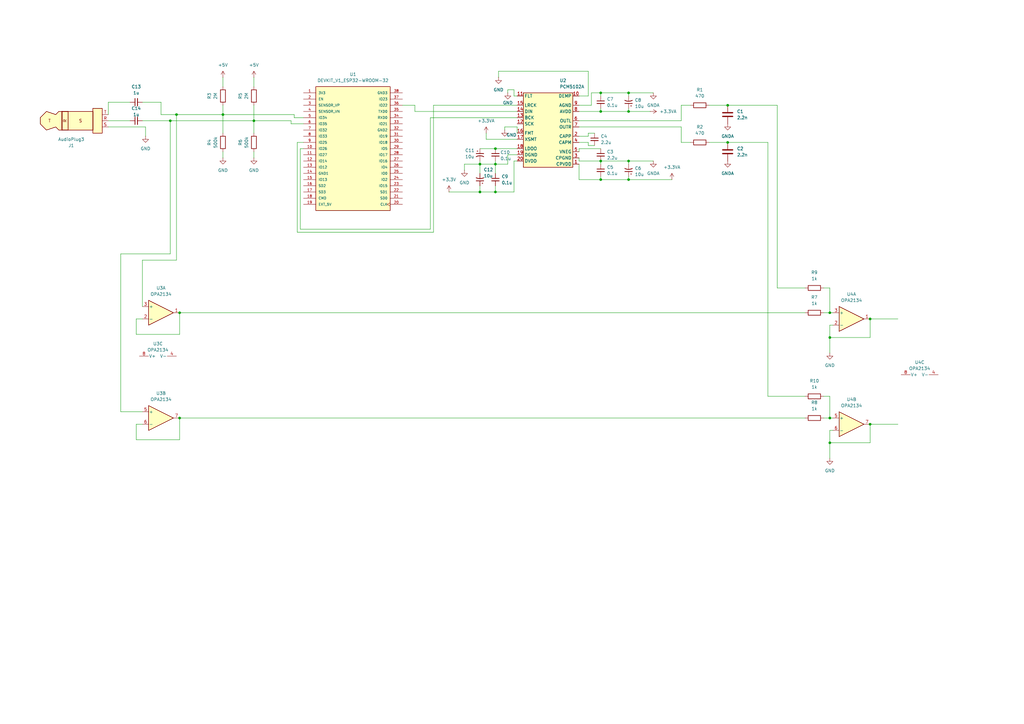
<source format=kicad_sch>
(kicad_sch (version 20231120) (generator "eeschema") (generator_version "8.0")
  (paper "A3")
  (lib_symbols
    (symbol "Amplifier_Operational:OPA2134" (pin_names (offset 0.127))
      (property "Reference" "U" (at 0 5.08 0))
      (property "Value" "OPA2134" (at 0 -5.08 0))
      (symbol "OPA2134_1_1"
        (polyline (pts (xy -5.08 5.08) (xy 5.08 0) (xy -5.08 -5.08) (xy -5.08 5.08)) (stroke (width 0.254)) (fill (type background)))
        (pin output line (at 7.62 0 180) (length 2.54) (name "~") (number "1"))
        (pin input line (at -7.62 -2.54 0) (length 2.54) (name "-") (number "2"))
        (pin input line (at -7.62 2.54 0) (length 2.54) (name "+") (number "3"))
      )
      (symbol "OPA2134_2_1"
        (polyline (pts (xy -5.08 5.08) (xy 5.08 0) (xy -5.08 -5.08) (xy -5.08 5.08)) (stroke (width 0.254)) (fill (type background)))
        (pin input line (at -7.62 2.54 0) (length 2.54) (name "+") (number "5"))
        (pin input line (at -7.62 -2.54 0) (length 2.54) (name "-") (number "6"))
        (pin output line (at 7.62 0 180) (length 2.54) (name "~") (number "7"))
      )
      (symbol "OPA2134_3_1"
        (pin power_in line (at -2.54 -7.62 90) (length 3.81) (name "V-") (number "4"))
        (pin power_in line (at -2.54 7.62 270) (length 3.81) (name "V+") (number "8"))
      )
    )
    (symbol "Audio:PCM5102A"
      (property "Reference" "U2" (at 4.7341 17.78 0))
      (property "Value" "PCM5102A" (at 4.7341 15.24 0))
      (symbol "PCM5102A_0_1"
        (rectangle (start -10.16 12.7) (end 10.16 -17.78) (stroke (width 0.254)) (fill (type background)))
      )
      (symbol "PCM5102A_1_1"
        (pin passive line (at 12.7 -16.51 180) (length 2.54) (name "CPVDD") (number "1"))
        (pin input line (at 12.7 11.43 180) (length 2.54) (name "DEMP") (number "10"))
        (pin input line (at -12.7 11.43 0) (length 2.54) (name "FLT") (number "11"))
        (pin input line (at -12.7 0 0) (length 2.54) (name "SCK") (number "12"))
        (pin input line (at -12.7 2.54 0) (length 2.54) (name "BCK") (number "13"))
        (pin input line (at -12.7 5.08 0) (length 2.54) (name "DIN") (number "14"))
        (pin input line (at -12.7 7.62 0) (length 2.54) (name "LRCK") (number "15"))
        (pin input line (at -12.7 -3.81 0) (length 2.54) (name "FMT") (number "16"))
        (pin input line (at -12.7 -6.35 0) (length 2.54) (name "XSMT") (number "17"))
        (pin passive line (at -12.7 -10.16 0) (length 2.54) (name "LDOO") (number "18"))
        (pin power_in line (at -12.7 -12.7 0) (length 2.54) (name "DGND") (number "19"))
        (pin passive line (at 12.7 -5.08 180) (length 2.54) (name "CAPP") (number "2"))
        (pin power_in line (at -12.7 -15.24 0) (length 2.54) (name "DVDD") (number "20"))
        (pin power_in line (at 12.7 -13.97 180) (length 2.54) (name "CPGND") (number "3"))
        (pin passive line (at 12.7 -7.62 180) (length 2.54) (name "CAPM") (number "4"))
        (pin passive line (at 12.7 -11.43 180) (length 2.54) (name "VNEG") (number "5"))
        (pin output line (at 12.7 1.27 180) (length 2.54) (name "OUTL") (number "6"))
        (pin output line (at 12.7 -1.27 180) (length 2.54) (name "OUTR") (number "7"))
        (pin power_in line (at 12.7 5.08 180) (length 2.54) (name "AVDD") (number "8"))
        (pin power_in line (at 12.7 7.62 180) (length 2.54) (name "AGND") (number "9"))
      )
    )
    (symbol "AudioSystemSymbolLibrary:DEVKIT_V1_ESP32-WROOM-32" (pin_names (offset 1.016))
      (property "Reference" "U" (at -15.2572 26.0643 0))
      (property "Value" "DEVKIT_V1_ESP32-WROOM-32" (at -15.2563 -27.9698 0))
      (symbol "DEVKIT_V1_ESP32-WROOM-32_0_0"
        (rectangle (start -15.24 -25.4) (end 15.24 25.4) (stroke (width 0.254)) (fill (type background)))
        (pin power_in line (at -20.32 22.86 0) (length 5.08) (name "3V3") (number "1"))
        (pin bidirectional line (at -20.32 0 0) (length 5.08) (name "IO26") (number "10"))
        (pin bidirectional line (at -20.32 -2.54 0) (length 5.08) (name "IO27") (number "11"))
        (pin bidirectional line (at -20.32 -5.08 0) (length 5.08) (name "IO14") (number "12"))
        (pin bidirectional line (at -20.32 -7.62 0) (length 5.08) (name "IO12") (number "13"))
        (pin power_in line (at -20.32 -10.16 0) (length 5.08) (name "GND1") (number "14"))
        (pin bidirectional line (at -20.32 -12.7 0) (length 5.08) (name "IO13") (number "15"))
        (pin bidirectional line (at -20.32 -15.24 0) (length 5.08) (name "SD2") (number "16"))
        (pin bidirectional line (at -20.32 -17.78 0) (length 5.08) (name "SD3") (number "17"))
        (pin bidirectional line (at -20.32 -20.32 0) (length 5.08) (name "CMD") (number "18"))
        (pin power_in line (at -20.32 -22.86 0) (length 5.08) (name "EXT_5V") (number "19"))
        (pin input line (at -20.32 20.32 0) (length 5.08) (name "EN") (number "2"))
        (pin input clock (at 20.32 -22.86 180) (length 5.08) (name "CLK") (number "20"))
        (pin bidirectional line (at 20.32 -20.32 180) (length 5.08) (name "SD0") (number "21"))
        (pin bidirectional line (at 20.32 -17.78 180) (length 5.08) (name "SD1") (number "22"))
        (pin bidirectional line (at 20.32 -15.24 180) (length 5.08) (name "IO15") (number "23"))
        (pin bidirectional line (at 20.32 -12.7 180) (length 5.08) (name "IO2") (number "24"))
        (pin bidirectional line (at 20.32 -10.16 180) (length 5.08) (name "IO0") (number "25"))
        (pin bidirectional line (at 20.32 -7.62 180) (length 5.08) (name "IO4") (number "26"))
        (pin bidirectional line (at 20.32 -5.08 180) (length 5.08) (name "IO16") (number "27"))
        (pin bidirectional line (at 20.32 -2.54 180) (length 5.08) (name "IO17") (number "28"))
        (pin bidirectional line (at 20.32 0 180) (length 5.08) (name "IO5") (number "29"))
        (pin input line (at -20.32 17.78 0) (length 5.08) (name "SENSOR_VP") (number "3"))
        (pin bidirectional line (at 20.32 2.54 180) (length 5.08) (name "IO18") (number "30"))
        (pin bidirectional line (at 20.32 5.08 180) (length 5.08) (name "IO19") (number "31"))
        (pin power_in line (at 20.32 7.62 180) (length 5.08) (name "GND2") (number "32"))
        (pin bidirectional line (at 20.32 10.16 180) (length 5.08) (name "IO21") (number "33"))
        (pin input line (at 20.32 12.7 180) (length 5.08) (name "RXD0") (number "34"))
        (pin output line (at 20.32 15.24 180) (length 5.08) (name "TXD0") (number "35"))
        (pin bidirectional line (at 20.32 17.78 180) (length 5.08) (name "IO22") (number "36"))
        (pin bidirectional line (at 20.32 20.32 180) (length 5.08) (name "IO23") (number "37"))
        (pin power_in line (at 20.32 22.86 180) (length 5.08) (name "GND3") (number "38"))
        (pin input line (at -20.32 15.24 0) (length 5.08) (name "SENSOR_VN") (number "4"))
        (pin bidirectional line (at -20.32 12.7 0) (length 5.08) (name "IO34") (number "5"))
        (pin bidirectional line (at -20.32 10.16 0) (length 5.08) (name "IO35") (number "6"))
        (pin bidirectional line (at -20.32 7.62 0) (length 5.08) (name "IO32") (number "7"))
        (pin bidirectional line (at -20.32 5.08 0) (length 5.08) (name "IO33") (number "8"))
        (pin bidirectional line (at -20.32 2.54 0) (length 5.08) (name "IO25") (number "9"))
      )
    )
    (symbol "Connector_Audio:AudioPlug3"
      (property "Reference" "J" (at 1.27 6.35 0))
      (property "Value" "AudioPlug3" (at 1.27 -6.35 0))
      (symbol "AudioPlug3_0_0"
        (text "R" (at -2.54 0 900) (effects (font (size 1.27 1.27))))
      )
      (symbol "AudioPlug3_0_1"
        (rectangle (start -3.81 3.81) (end -1.27 -3.81) (stroke (width 0.254)))
        (rectangle (start -1.27 -1.27) (end -1.27 -1.27))
      )
      (symbol "AudioPlug3_1_0"
        (text "S" (at 3.81 0 0) (effects (font (size 1.27 1.27))))
        (text "T" (at -8.89 0 0) (effects (font (size 1.27 1.27))))
      )
      (symbol "AudioPlug3_1_1"
        (rectangle (start -3.81 3.81) (end 8.89 -3.81) (stroke (width 0.254)) (fill (type background)))
        (polyline (pts (xy -3.81 3.81) (xy -5.08 3.81) (xy -6.35 2.54) (xy -10.16 3.81) (xy -12.7 1.27) (xy -12.7 -1.27) (xy -10.16 -3.81) (xy -6.35 -2.54) (xy -5.08 -3.81) (xy -3.81 -3.81) (xy -3.81 3.81)) (stroke (width 0.254)) (fill (type background)))
        (rectangle (start 12.7 5.08) (end 8.89 -5.08) (stroke (width 0.254)) (fill (type background)))
        (pin passive line (at 15.24 0 180) (length 2.54) (name "~") (number "R"))
        (pin passive line (at 15.24 2.54 180) (length 2.54) (name "~") (number "S"))
        (pin passive line (at 15.24 -2.54 180) (length 2.54) (name "~") (number "T"))
      )
    )
    (symbol "Device:C" (pin_numbers hide) (pin_names (offset 0.254))
      (property "Reference" "C" (at 0.635 2.54 0))
      (property "Value" "C" (at 0.635 -2.54 0))
      (symbol "C_0_1"
        (polyline (pts (xy -2.032 -0.762) (xy 2.032 -0.762)) (stroke (width 0.508)))
        (polyline (pts (xy -2.032 0.762) (xy 2.032 0.762)) (stroke (width 0.508)))
      )
      (symbol "C_1_1"
        (pin passive line (at 0 3.81 270) (length 2.794) (name "~") (number "1"))
        (pin passive line (at 0 -3.81 90) (length 2.794) (name "~") (number "2"))
      )
    )
    (symbol "Device:C_Polarized_Small_US" (pin_numbers hide) (pin_names (offset 0.254) hide)
      (property "Reference" "C" (at 0.254 1.778 0))
      (property "Value" "C_Polarized_Small_US" (at 0.254 -2.032 0))
      (symbol "C_Polarized_Small_US_0_1"
        (polyline (pts (xy -1.524 0.508) (xy 1.524 0.508)) (stroke (width 0.3048)))
        (polyline (pts (xy -1.27 1.524) (xy -0.762 1.524)))
        (polyline (pts (xy -1.016 1.27) (xy -1.016 1.778)))
        (arc (start 1.524 -0.762) (mid 0 -0.3734) (end -1.524 -0.762) (stroke (width 0.3048)))
      )
      (symbol "C_Polarized_Small_US_1_1"
        (pin passive line (at 0 2.54 270) (length 2.032) (name "~") (number "1"))
        (pin passive line (at 0 -2.54 90) (length 2.032) (name "~") (number "2"))
      )
    )
    (symbol "Device:C_Small" (pin_numbers hide) (pin_names (offset 0.254) hide)
      (property "Reference" "C" (at 0.254 1.778 0))
      (property "Value" "C_Small" (at 0.254 -2.032 0))
      (symbol "C_Small_0_1"
        (polyline (pts (xy -1.524 -0.508) (xy 1.524 -0.508)) (stroke (width 0.3302)))
        (polyline (pts (xy -1.524 0.508) (xy 1.524 0.508)) (stroke (width 0.3048)))
      )
      (symbol "C_Small_1_1"
        (pin passive line (at 0 2.54 270) (length 2.032) (name "~") (number "1"))
        (pin passive line (at 0 -2.54 90) (length 2.032) (name "~") (number "2"))
      )
    )
    (symbol "Device:R" (pin_numbers hide) (pin_names (offset 0))
      (property "Reference" "R" (at 2.032 0 90))
      (property "Value" "R" (at 0 0 90))
      (symbol "R_0_1"
        (rectangle (start -1.016 -2.54) (end 1.016 2.54) (stroke (width 0.254)))
      )
      (symbol "R_1_1"
        (pin passive line (at 0 3.81 270) (length 1.27) (name "~") (number "1"))
        (pin passive line (at 0 -3.81 90) (length 1.27) (name "~") (number "2"))
      )
    )
    (symbol "power:+3.3V" (power) (pin_numbers hide) (pin_names (offset 0) hide)
      (property "Value" "+3.3V" (at 0 3.556 0))
      (symbol "+3.3V_0_1"
        (polyline (pts (xy -0.762 1.27) (xy 0 2.54)))
        (polyline (pts (xy 0 0) (xy 0 2.54)))
        (polyline (pts (xy 0 2.54) (xy 0.762 1.27)))
      )
      (symbol "+3.3V_1_1"
        (pin power_in line (at 0 0 90) (length 0) (name "~") (number "1"))
      )
    )
    (symbol "power:+3.3VA" (power) (pin_numbers hide) (pin_names (offset 0) hide)
      (property "Value" "+3.3VA" (at 0 3.556 0))
      (symbol "+3.3VA_0_1"
        (polyline (pts (xy -0.762 1.27) (xy 0 2.54)))
        (polyline (pts (xy 0 0) (xy 0 2.54)))
        (polyline (pts (xy 0 2.54) (xy 0.762 1.27)))
      )
      (symbol "+3.3VA_1_1"
        (pin power_in line (at 0 0 90) (length 0) (name "~") (number "1"))
      )
    )
    (symbol "power:+5V" (power) (pin_numbers hide) (pin_names (offset 0) hide)
      (property "Value" "+5V" (at 0 3.556 0))
      (symbol "+5V_0_1"
        (polyline (pts (xy -0.762 1.27) (xy 0 2.54)))
        (polyline (pts (xy 0 0) (xy 0 2.54)))
        (polyline (pts (xy 0 2.54) (xy 0.762 1.27)))
      )
      (symbol "+5V_1_1"
        (pin power_in line (at 0 0 90) (length 0) (name "~") (number "1"))
      )
    )
    (symbol "power:GND" (power) (pin_numbers hide) (pin_names (offset 0) hide)
      (property "Value" "GND" (at 0 -3.81 0))
      (symbol "GND_0_1"
        (polyline (pts (xy 0 0) (xy 0 -1.27) (xy 1.27 -1.27) (xy 0 -2.54) (xy -1.27 -1.27) (xy 0 -1.27)))
      )
      (symbol "GND_1_1"
        (pin power_in line (at 0 0 270) (length 0) (name "~") (number "1"))
      )
    )
    (symbol "power:GNDA" (power) (pin_numbers hide) (pin_names (offset 0) hide)
      (property "Value" "GNDA" (at 0 -3.81 0))
      (symbol "GNDA_0_1"
        (polyline (pts (xy 0 0) (xy 0 -1.27) (xy 1.27 -1.27) (xy 0 -2.54) (xy -1.27 -1.27) (xy 0 -1.27)))
      )
      (symbol "GNDA_1_1"
        (pin power_in line (at 0 0 270) (length 0) (name "~") (number "1"))
      )
    )
  )
  (junction (at 73.66 171.45))
  (junction (at 246.38 45.72))
  (junction (at 257.81 38.1))
  (junction (at 298.45 43.18))
  (junction (at 69.85 49.53))
  (junction (at 356.87 130.81))
  (junction (at 91.44 46.99))
  (junction (at 340.36 171.45))
  (junction (at 246.38 66.04))
  (junction (at 340.36 181.61))
  (junction (at 298.45 58.42))
  (junction (at 104.14 49.53))
  (junction (at 246.38 38.1))
  (junction (at 257.81 73.66))
  (junction (at 356.87 173.99))
  (junction (at 203.2 60.96))
  (junction (at 246.38 73.66))
  (junction (at 72.39 46.99))
  (junction (at 73.66 128.27))
  (junction (at 203.2 78.74))
  (junction (at 340.36 128.27))
  (junction (at 257.81 66.04))
  (junction (at 196.85 67.31))
  (junction (at 257.81 45.72))
  (junction (at 340.36 138.43))
  (junction (at 203.2 67.31))
  (junction (at 196.85 78.74))
  (wire (pts (xy 241.3 39.37) (xy 241.3 29.21)))
  (wire (pts (xy 212.09 54.61) (xy 212.09 52.07)))
  (wire (pts (xy 196.85 78.74) (xy 203.2 78.74)))
  (wire (pts (xy 237.49 58.42) (xy 241.3 58.42)))
  (wire (pts (xy 58.42 125.73) (xy 58.42 106.68)))
  (wire (pts (xy 257.81 45.72) (xy 266.7 45.72)))
  (wire (pts (xy 237.49 62.23) (xy 237.49 60.96)))
  (wire (pts (xy 337.82 162.56) (xy 340.36 162.56)))
  (wire (pts (xy 290.83 58.42) (xy 298.45 58.42)))
  (wire (pts (xy 203.2 71.12) (xy 203.2 67.31)))
  (wire (pts (xy 279.4 43.18) (xy 283.21 43.18)))
  (wire (pts (xy 257.81 38.1) (xy 257.81 39.37)))
  (wire (pts (xy 196.85 71.12) (xy 196.85 67.31)))
  (wire (pts (xy 55.88 137.16) (xy 55.88 130.81)))
  (wire (pts (xy 257.81 45.72) (xy 257.81 44.45)))
  (wire (pts (xy 203.2 60.96) (xy 212.09 60.96)))
  (wire (pts (xy 318.77 118.11) (xy 318.77 43.18)))
  (wire (pts (xy 203.2 67.31) (xy 208.28 67.31)))
  (wire (pts (xy 212.09 57.15) (xy 199.39 57.15)))
  (wire (pts (xy 69.85 49.53) (xy 104.14 49.53)))
  (wire (pts (xy 257.81 73.66) (xy 275.59 73.66)))
  (wire (pts (xy 246.38 38.1) (xy 257.81 38.1)))
  (wire (pts (xy 246.38 66.04) (xy 257.81 66.04)))
  (wire (pts (xy 203.2 66.04) (xy 203.2 67.31)))
  (wire (pts (xy 66.04 41.91) (xy 66.04 46.99)))
  (wire (pts (xy 104.14 43.18) (xy 104.14 49.53)))
  (wire (pts (xy 340.36 181.61) (xy 340.36 187.96)))
  (wire (pts (xy 73.66 137.16) (xy 73.66 128.27)))
  (wire (pts (xy 279.4 58.42) (xy 283.21 58.42)))
  (wire (pts (xy 49.53 104.14) (xy 69.85 104.14)))
  (wire (pts (xy 170.18 43.18) (xy 165.1 43.18)))
  (wire (pts (xy 298.45 43.18) (xy 318.77 43.18)))
  (wire (pts (xy 241.3 58.42) (xy 241.3 59.69)))
  (wire (pts (xy 196.85 66.04) (xy 196.85 67.31)))
  (wire (pts (xy 337.82 118.11) (xy 340.36 118.11)))
  (wire (pts (xy 340.36 128.27) (xy 341.63 128.27)))
  (wire (pts (xy 341.63 133.35) (xy 340.36 133.35)))
  (wire (pts (xy 314.96 162.56) (xy 314.96 58.42)))
  (wire (pts (xy 66.04 46.99) (xy 72.39 46.99)))
  (wire (pts (xy 279.4 58.42) (xy 279.4 52.07)))
  (wire (pts (xy 257.81 66.04) (xy 267.97 66.04)))
  (wire (pts (xy 104.14 31.75) (xy 104.14 35.56)))
  (wire (pts (xy 237.49 73.66) (xy 246.38 73.66)))
  (wire (pts (xy 91.44 46.99) (xy 120.65 46.99)))
  (wire (pts (xy 356.87 173.99) (xy 356.87 181.61)))
  (wire (pts (xy 119.38 50.8) (xy 124.46 50.8)))
  (wire (pts (xy 196.85 67.31) (xy 203.2 67.31)))
  (wire (pts (xy 237.49 67.31) (xy 237.49 73.66)))
  (wire (pts (xy 210.82 36.83) (xy 208.28 36.83)))
  (wire (pts (xy 58.42 168.91) (xy 49.53 168.91)))
  (wire (pts (xy 55.88 130.81) (xy 58.42 130.81)))
  (wire (pts (xy 212.09 63.5) (xy 208.28 63.5)))
  (wire (pts (xy 190.5 67.31) (xy 190.5 69.85)))
  (wire (pts (xy 55.88 137.16) (xy 73.66 137.16)))
  (wire (pts (xy 204.47 29.21) (xy 204.47 31.75)))
  (wire (pts (xy 356.87 173.99) (xy 368.3 173.99)))
  (wire (pts (xy 69.85 104.14) (xy 69.85 49.53)))
  (wire (pts (xy 340.36 133.35) (xy 340.36 138.43)))
  (wire (pts (xy 237.49 66.04) (xy 237.49 64.77)))
  (wire (pts (xy 104.14 49.53) (xy 104.14 54.61)))
  (wire (pts (xy 340.36 138.43) (xy 340.36 144.78)))
  (wire (pts (xy 203.2 76.2) (xy 203.2 78.74)))
  (wire (pts (xy 246.38 73.66) (xy 257.81 73.66)))
  (wire (pts (xy 341.63 176.53) (xy 340.36 176.53)))
  (wire (pts (xy 124.46 58.42) (xy 121.92 58.42)))
  (wire (pts (xy 203.2 78.74) (xy 210.82 78.74)))
  (wire (pts (xy 73.66 128.27) (xy 330.2 128.27)))
  (wire (pts (xy 177.8 43.18) (xy 212.09 43.18)))
  (wire (pts (xy 170.18 45.72) (xy 212.09 45.72)))
  (wire (pts (xy 257.81 38.1) (xy 267.97 38.1)))
  (wire (pts (xy 207.01 52.07) (xy 207.01 53.34)))
  (wire (pts (xy 123.19 93.98) (xy 176.53 93.98)))
  (wire (pts (xy 208.28 36.83) (xy 208.28 38.1)))
  (wire (pts (xy 72.39 106.68) (xy 72.39 46.99)))
  (wire (pts (xy 237.49 45.72) (xy 246.38 45.72)))
  (wire (pts (xy 246.38 66.04) (xy 246.38 67.31)))
  (wire (pts (xy 121.92 95.25) (xy 177.8 95.25)))
  (wire (pts (xy 257.81 73.66) (xy 257.81 72.39)))
  (wire (pts (xy 199.39 54.61) (xy 199.39 57.15)))
  (wire (pts (xy 58.42 49.53) (xy 69.85 49.53)))
  (wire (pts (xy 257.81 66.04) (xy 257.81 67.31)))
  (wire (pts (xy 104.14 49.53) (xy 119.38 49.53)))
  (wire (pts (xy 176.53 48.26) (xy 212.09 48.26)))
  (wire (pts (xy 241.3 29.21) (xy 204.47 29.21)))
  (wire (pts (xy 330.2 162.56) (xy 314.96 162.56)))
  (wire (pts (xy 241.3 54.61) (xy 243.84 54.61)))
  (wire (pts (xy 91.44 31.75) (xy 91.44 35.56)))
  (wire (pts (xy 337.82 128.27) (xy 340.36 128.27)))
  (wire (pts (xy 290.83 43.18) (xy 298.45 43.18)))
  (wire (pts (xy 212.09 52.07) (xy 207.01 52.07)))
  (wire (pts (xy 356.87 138.43) (xy 356.87 130.81)))
  (wire (pts (xy 170.18 45.72) (xy 170.18 43.18)))
  (wire (pts (xy 237.49 43.18) (xy 242.57 43.18)))
  (wire (pts (xy 91.44 43.18) (xy 91.44 46.99)))
  (wire (pts (xy 212.09 39.37) (xy 210.82 39.37)))
  (wire (pts (xy 237.49 60.96) (xy 246.38 60.96)))
  (wire (pts (xy 49.53 168.91) (xy 49.53 104.14)))
  (wire (pts (xy 208.28 63.5) (xy 208.28 67.31)))
  (wire (pts (xy 340.36 118.11) (xy 340.36 128.27)))
  (wire (pts (xy 330.2 118.11) (xy 318.77 118.11)))
  (wire (pts (xy 196.85 76.2) (xy 196.85 78.74)))
  (wire (pts (xy 279.4 49.53) (xy 279.4 43.18)))
  (wire (pts (xy 246.38 44.45) (xy 246.38 45.72)))
  (wire (pts (xy 237.49 52.07) (xy 279.4 52.07)))
  (wire (pts (xy 237.49 55.88) (xy 241.3 55.88)))
  (wire (pts (xy 190.5 67.31) (xy 196.85 67.31)))
  (wire (pts (xy 184.15 78.74) (xy 196.85 78.74)))
  (wire (pts (xy 177.8 95.25) (xy 177.8 43.18)))
  (wire (pts (xy 91.44 46.99) (xy 91.44 54.61)))
  (wire (pts (xy 210.82 39.37) (xy 210.82 36.83)))
  (wire (pts (xy 340.36 181.61) (xy 356.87 181.61)))
  (wire (pts (xy 298.45 58.42) (xy 314.96 58.42)))
  (wire (pts (xy 44.45 41.91) (xy 53.34 41.91)))
  (wire (pts (xy 44.45 46.99) (xy 44.45 41.91)))
  (wire (pts (xy 73.66 171.45) (xy 73.66 180.34)))
  (wire (pts (xy 241.3 55.88) (xy 241.3 54.61)))
  (wire (pts (xy 356.87 130.81) (xy 368.3 130.81)))
  (wire (pts (xy 340.36 176.53) (xy 340.36 181.61)))
  (wire (pts (xy 104.14 62.23) (xy 104.14 64.77)))
  (wire (pts (xy 241.3 59.69) (xy 243.84 59.69)))
  (wire (pts (xy 176.53 93.98) (xy 176.53 48.26)))
  (wire (pts (xy 246.38 38.1) (xy 246.38 39.37)))
  (wire (pts (xy 237.49 39.37) (xy 241.3 39.37)))
  (wire (pts (xy 91.44 62.23) (xy 91.44 64.77)))
  (wire (pts (xy 121.92 58.42) (xy 121.92 95.25)))
  (wire (pts (xy 337.82 171.45) (xy 340.36 171.45)))
  (wire (pts (xy 237.49 66.04) (xy 246.38 66.04)))
  (wire (pts (xy 55.88 173.99) (xy 55.88 180.34)))
  (wire (pts (xy 44.45 52.07) (xy 59.69 52.07)))
  (wire (pts (xy 196.85 60.96) (xy 203.2 60.96)))
  (wire (pts (xy 237.49 49.53) (xy 279.4 49.53)))
  (wire (pts (xy 119.38 49.53) (xy 119.38 50.8)))
  (wire (pts (xy 242.57 43.18) (xy 242.57 38.1)))
  (wire (pts (xy 55.88 173.99) (xy 58.42 173.99)))
  (wire (pts (xy 246.38 72.39) (xy 246.38 73.66)))
  (wire (pts (xy 59.69 52.07) (xy 59.69 55.88)))
  (wire (pts (xy 124.46 48.26) (xy 120.65 48.26)))
  (wire (pts (xy 44.45 49.53) (xy 53.34 49.53)))
  (wire (pts (xy 242.57 38.1) (xy 246.38 38.1)))
  (wire (pts (xy 120.65 48.26) (xy 120.65 46.99)))
  (wire (pts (xy 72.39 46.99) (xy 91.44 46.99)))
  (wire (pts (xy 340.36 162.56) (xy 340.36 171.45)))
  (wire (pts (xy 210.82 66.04) (xy 210.82 78.74)))
  (wire (pts (xy 58.42 106.68) (xy 72.39 106.68)))
  (wire (pts (xy 246.38 45.72) (xy 257.81 45.72)))
  (wire (pts (xy 73.66 171.45) (xy 330.2 171.45)))
  (wire (pts (xy 210.82 66.04) (xy 212.09 66.04)))
  (wire (pts (xy 124.46 60.96) (xy 123.19 60.96)))
  (wire (pts (xy 58.42 41.91) (xy 66.04 41.91)))
  (wire (pts (xy 123.19 60.96) (xy 123.19 93.98)))
  (wire (pts (xy 340.36 138.43) (xy 356.87 138.43)))
  (wire (pts (xy 340.36 171.45) (xy 341.63 171.45)))
  (wire (pts (xy 55.88 180.34) (xy 73.66 180.34)))
  (symbol (lib_id "Device:R") (at 287.02 58.42 90) (unit 1)
    (property "Reference" "R2" (at 287.02 52.07 90))
    (property "Value" "470" (at 287.02 54.61 90))
    (property "Description" "Resistor" (effects (hide yes)))
  )
  (symbol (lib_id "power:GNDA") (at 267.97 66.04 0) (unit 1)
    (property "Reference" "#PWR03" (effects (hide yes)))
    (property "Value" "GNDA" (at 267.97 71.12 0))
    (property "Description" "Power symbol creates a global label with name \"GNDA\" , analog ground" (effects (hide yes)))
  )
  (symbol (lib_id "Device:R") (at 334.01 118.11 90) (unit 1)
    (property "Reference" "R9" (at 334.01 111.76 90))
    (property "Value" "1k" (at 334.01 114.3 90))
    (property "Description" "Resistor" (effects (hide yes)))
  )
  (symbol (lib_id "power:GNDA") (at 298.45 66.04 0) (unit 1)
    (property "Reference" "#PWR01" (effects (hide yes)))
    (property "Value" "GNDA" (at 298.45 71.12 0))
    (property "Description" "Power symbol creates a global label with name \"GNDA\" , analog ground" (effects (hide yes)))
  )
  (symbol (lib_id "Device:R") (at 287.02 43.18 90) (unit 1)
    (property "Reference" "R1" (at 287.02 36.83 90))
    (property "Value" "470" (at 287.02 39.37 90))
    (property "Description" "Resistor" (effects (hide yes)))
  )
  (symbol (lib_id "power:+3.3V") (at 184.15 78.74 0) (unit 1)
    (property "Reference" "#PWR08" (effects (hide yes)))
    (property "Value" "+3.3V" (at 184.15 73.66 0))
    (property "Description" "Power symbol creates a global label with name \"+3.3V\"" (effects (hide yes)))
  )
  (symbol (lib_id "Device:R") (at 104.14 58.42 180) (unit 1)
    (property "Reference" "R6" (at 98.552 58.42 90))
    (property "Value" "500k" (at 101.092 58.42 90))
    (property "Description" "Resistor" (effects (hide yes)))
  )
  (symbol (lib_id "Amplifier_Operational:OPA2134") (at 66.04 171.45 0) (unit 2)
    (property "Reference" "U3" (at 66.04 161.29 0))
    (property "Value" "OPA2134" (at 66.04 163.83 0))
    (property "Footprint" "AudioSystemFootprintLibrary:OPA2134UA" (effects (hide yes)))
    (property "Datasheet" "http://www.ti.com/lit/ds/symlink/opa134.pdf" (effects (hide yes)))
    (property "Description" "Dual SoundPlus High Performance Audio Operational Amplifiers, DIP-8/SOIC-8" (effects (hide yes)))
  )
  (symbol (lib_id "Amplifier_Operational:OPA2134") (at 349.25 130.81 0) (unit 1)
    (property "Reference" "U4" (at 349.25 120.65 0))
    (property "Value" "OPA2134" (at 349.25 123.19 0))
    (property "Footprint" "AudioSystemFootprintLibrary:OPA2134UA" (effects (hide yes)))
    (property "Datasheet" "http://www.ti.com/lit/ds/symlink/opa134.pdf" (effects (hide yes)))
    (property "Description" "Dual SoundPlus High Performance Audio Operational Amplifiers, DIP-8/SOIC-8" (effects (hide yes)))
  )
  (symbol (lib_id "power:+5V") (at 104.14 31.75 0) (unit 1)
    (property "Reference" "#PWR015" (effects (hide yes)))
    (property "Value" "+5V" (at 104.14 26.67 0))
    (property "Description" "Power symbol creates a global label with name \"+5V\"" (effects (hide yes)))
  )
  (symbol (lib_id "Device:C_Polarized_Small_US") (at 257.81 69.85 180) (unit 1)
    (property "Reference" "C6" (at 260.35 69.0117 0) (effects (justify right)))
    (property "Value" "10u" (at 260.35 71.5517 0) (effects (justify right)))
    (property "Description" "Polarized capacitor, small US symbol" (effects (hide yes)))
  )
  (symbol (lib_id "Device:R") (at 334.01 128.27 90) (unit 1)
    (property "Reference" "R7" (at 334.01 121.92 90))
    (property "Value" "1k" (at 334.01 124.46 90))
    (property "Description" "Resistor" (effects (hide yes)))
  )
  (symbol (lib_id "power:GNDA") (at 267.97 38.1 0) (unit 1)
    (property "Reference" "#PWR06" (effects (hide yes)))
    (property "Value" "GNDA" (at 267.97 43.18 0))
    (property "Description" "Power symbol creates a global label with name \"GNDA\" , analog ground" (effects (hide yes)))
  )
  (symbol (lib_id "Amplifier_Operational:OPA2134") (at 377.19 151.13 90) (unit 3)
    (property "Reference" "U4" (at 377.19 148.59 90))
    (property "Value" "OPA2134" (at 377.19 151.13 90))
    (property "Footprint" "AudioSystemFootprintLibrary:OPA2134UA" (effects (hide yes)))
    (property "Datasheet" "http://www.ti.com/lit/ds/symlink/opa134.pdf" (effects (hide yes)))
    (property "Description" "Dual SoundPlus High Performance Audio Operational Amplifiers, DIP-8/SOIC-8" (effects (hide yes)))
  )
  (symbol (lib_id "power:+3.3VA") (at 199.39 54.61 0) (unit 1)
    (property "Reference" "#PWR07" (effects (hide yes)))
    (property "Value" "+3.3VA" (at 199.39 49.53 0))
    (property "Description" "Power symbol creates a global label with name \"+3.3VA\"" (effects (hide yes)))
  )
  (symbol (lib_id "Amplifier_Operational:OPA2134") (at 349.25 173.99 0) (unit 2)
    (property "Reference" "U4" (at 349.25 163.83 0))
    (property "Value" "OPA2134" (at 349.25 166.37 0))
    (property "Footprint" "AudioSystemFootprintLibrary:OPA2134UA" (effects (hide yes)))
    (property "Datasheet" "http://www.ti.com/lit/ds/symlink/opa134.pdf" (effects (hide yes)))
    (property "Description" "Dual SoundPlus High Performance Audio Operational Amplifiers, DIP-8/SOIC-8" (effects (hide yes)))
  )
  (symbol (lib_id "power:GND") (at 59.69 55.88 0) (unit 1)
    (property "Reference" "#PWR013" (effects (hide yes)))
    (property "Value" "GND" (at 59.69 60.96 0))
    (property "Description" "Power symbol creates a global label with name \"GND\" , ground" (effects (hide yes)))
  )
  (symbol (lib_id "power:+5V") (at 91.44 31.75 0) (unit 1)
    (property "Reference" "#PWR018" (effects (hide yes)))
    (property "Value" "+5V" (at 91.44 26.67 0))
    (property "Description" "Power symbol creates a global label with name \"+5V\"" (effects (hide yes)))
  )
  (symbol (lib_id "Device:C_Small") (at 243.84 57.15 0) (unit 1)
    (property "Reference" "C4" (at 246.38 55.8862 0) (effects (justify left)))
    (property "Value" "2.2u" (at 246.38 58.4262 0) (effects (justify left)))
    (property "Description" "Unpolarized capacitor, small symbol" (effects (hide yes)))
  )
  (symbol (lib_id "Device:C_Small") (at 55.88 41.91 90) (unit 1)
    (property "Reference" "C13" (at 55.8863 35.56 90))
    (property "Value" "1u" (at 55.8863 38.1 90))
    (property "Description" "Unpolarized capacitor, small symbol" (effects (hide yes)))
  )
  (symbol (lib_id "power:GND") (at 190.5 69.85 0) (unit 1)
    (property "Reference" "#PWR09" (effects (hide yes)))
    (property "Value" "GND" (at 190.5 74.93 0))
    (property "Description" "Power symbol creates a global label with name \"GND\" , ground" (effects (hide yes)))
  )
  (symbol (lib_id "AudioSystemSymbolLibrary:DEVKIT_V1_ESP32-WROOM-32") (at 144.78 60.96 0) (unit 1)
    (property "Reference" "U1" (at 144.78 30.48 0))
    (property "Value" "DEVKIT_V1_ESP32-WROOM-32" (at 144.78 33.02 0))
    (property "Footprint" "DEVKIT_V1_ESP32-WROOM-32:MODULE_DEVKIT_V1_ESP32-WROOM-32" (effects (hide yes)))
    (property "MF" "Espressif Systems" (effects (hide yes)))
    (property "Description_1" "\nWROOM-32 Development Board ESP32 ESP-32S WiFi Bluetooth Dev Module\n" (effects (hide yes)))
    (property "Package" "Package" (effects (hide yes)))
    (property "Price" "None" (effects (hide yes)))
    (property "Check_prices" "https://www.snapeda.com/parts/DEVKIT%20V1%20ESP32-WROOM-32/Espressif+Systems/view-part/?ref=eda" (effects (hide yes)))
    (property "STANDARD" "Manufacturer Recommendations" (effects (hide yes)))
    (property "PARTREV" "N/A" (effects (hide yes)))
    (property "SnapEDA_Link" "https://www.snapeda.com/parts/DEVKIT%20V1%20ESP32-WROOM-32/Espressif+Systems/view-part/?ref=snap" (effects (hide yes)))
    (property "MP" "DEVKIT V1 ESP32-WROOM-32" (effects (hide yes)))
    (property "Availability" "Not in stock" (effects (hide yes)))
    (property "MANUFACTURER" "Espressif Systems" (effects (hide yes)))
  )
  (symbol (lib_id "Device:C") (at 298.45 46.99 0) (unit 1)
    (property "Reference" "C1" (at 302.26 45.7199 0) (effects (justify left)))
    (property "Value" "2.2n" (at 302.26 48.2599 0) (effects (justify left)))
    (property "Description" "Unpolarized capacitor" (effects (hide yes)))
  )
  (symbol (lib_id "power:GND") (at 104.14 64.77 0) (unit 1)
    (property "Reference" "#PWR014" (effects (hide yes)))
    (property "Value" "GND" (at 104.14 69.85 0))
    (property "Description" "Power symbol creates a global label with name \"GND\" , ground" (effects (hide yes)))
  )
  (symbol (lib_id "Amplifier_Operational:OPA2134") (at 64.77 143.51 90) (unit 3)
    (property "Reference" "U3" (at 64.77 140.97 90))
    (property "Value" "OPA2134" (at 64.77 143.51 90))
    (property "Footprint" "AudioSystemFootprintLibrary:OPA2134UA" (effects (hide yes)))
    (property "Datasheet" "http://www.ti.com/lit/ds/symlink/opa134.pdf" (effects (hide yes)))
    (property "Description" "Dual SoundPlus High Performance Audio Operational Amplifiers, DIP-8/SOIC-8" (effects (hide yes)))
  )
  (symbol (lib_id "Device:C_Polarized_Small_US") (at 196.85 73.66 180) (unit 1)
    (property "Reference" "C12" (at 198.374 69.596 0) (effects (justify right)))
    (property "Value" "10u" (at 198.374 72.136 0) (effects (justify right)))
    (property "Description" "Polarized capacitor, small US symbol" (effects (hide yes)))
  )
  (symbol (lib_id "Connector_Audio:AudioPlug3") (at 29.21 49.53 0) (mirror x) (unit 1)
    (property "Reference" "J1" (at 29.21 59.69 0))
    (property "Value" "AudioPlug3" (at 29.21 57.15 0))
    (property "Description" "Audio Jack, 3 Poles (Stereo / TRS)" (effects (hide yes)))
  )
  (symbol (lib_id "power:GND") (at 208.28 38.1 0) (unit 1)
    (property "Reference" "#PWR011" (effects (hide yes)))
    (property "Value" "GND" (at 208.28 42.164 0))
    (property "Description" "Power symbol creates a global label with name \"GND\" , ground" (effects (hide yes)))
  )
  (symbol (lib_id "power:GND") (at 340.36 144.78 0) (unit 1)
    (property "Reference" "#PWR017" (effects (hide yes)))
    (property "Value" "GND" (at 340.36 149.86 0))
    (property "Description" "Power symbol creates a global label with name \"GND\" , ground" (effects (hide yes)))
  )
  (symbol (lib_id "Device:C_Small") (at 55.88 49.53 90) (unit 1)
    (property "Reference" "C14" (at 55.88 44.45 90))
    (property "Value" "1u" (at 55.88 46.99 90))
    (property "Description" "Unpolarized capacitor, small symbol" (effects (hide yes)))
  )
  (symbol (lib_id "power:+3.3VA") (at 275.59 73.66 0) (unit 1)
    (property "Reference" "#PWR04" (effects (hide yes)))
    (property "Value" "+3.3VA" (at 275.59 68.58 0))
    (property "Description" "Power symbol creates a global label with name \"+3.3VA\"" (effects (hide yes)))
  )
  (symbol (lib_id "Device:C_Polarized_Small_US") (at 196.85 63.5 0) (unit 1)
    (property "Reference" "C11" (at 190.754 61.722 0) (effects (justify left)))
    (property "Value" "10u" (at 190.754 64.262 0) (effects (justify left)))
    (property "Description" "Polarized capacitor, small US symbol" (effects (hide yes)))
  )
  (symbol (lib_id "Device:C_Small") (at 246.38 69.85 0) (unit 1)
    (property "Reference" "C5" (at 248.92 68.5862 0) (effects (justify left)))
    (property "Value" "0.1u" (at 248.92 71.1262 0) (effects (justify left)))
    (property "Description" "Unpolarized capacitor, small symbol" (effects (hide yes)))
  )
  (symbol (lib_id "Device:R") (at 334.01 162.56 90) (unit 1)
    (property "Reference" "R10" (at 334.01 156.21 90))
    (property "Value" "1k" (at 334.01 158.75 90))
    (property "Description" "Resistor" (effects (hide yes)))
  )
  (symbol (lib_id "Device:C") (at 298.45 62.23 0) (unit 1)
    (property "Reference" "C2" (at 302.26 60.9599 0) (effects (justify left)))
    (property "Value" "2.2n" (at 302.26 63.4999 0) (effects (justify left)))
    (property "Description" "Unpolarized capacitor" (effects (hide yes)))
  )
  (symbol (lib_id "power:GND") (at 204.47 31.75 0) (unit 1)
    (property "Reference" "#PWR010" (effects (hide yes)))
    (property "Value" "GND" (at 204.47 36.83 0))
    (property "Description" "Power symbol creates a global label with name \"GND\" , ground" (effects (hide yes)))
  )
  (symbol (lib_id "Device:C_Small") (at 203.2 63.5 0) (unit 1)
    (property "Reference" "C10" (at 205.232 62.484 0) (effects (justify left)))
    (property "Value" "0.1u" (at 205.232 65.024 0) (effects (justify left)))
    (property "Description" "Unpolarized capacitor, small symbol" (effects (hide yes)))
  )
  (symbol (lib_id "Device:R") (at 91.44 58.42 180) (unit 1)
    (property "Reference" "R4" (at 85.852 58.42 90))
    (property "Value" "500k" (at 88.392 58.42 90))
    (property "Description" "Resistor" (effects (hide yes)))
  )
  (symbol (lib_id "power:GND") (at 207.01 53.34 0) (unit 1)
    (property "Reference" "#PWR012" (effects (hide yes)))
    (property "Value" "GND" (at 209.804 55.372 0))
    (property "Description" "Power symbol creates a global label with name \"GND\" , ground" (effects (hide yes)))
  )
  (symbol (lib_id "Device:R") (at 334.01 171.45 90) (unit 1)
    (property "Reference" "R8" (at 334.01 165.1 90))
    (property "Value" "1k" (at 334.01 167.64 90))
    (property "Description" "Resistor" (effects (hide yes)))
  )
  (symbol (lib_id "Device:C_Polarized_Small_US") (at 257.81 41.91 180) (unit 1)
    (property "Reference" "C8" (at 260.35 41.0717 0) (effects (justify right)))
    (property "Value" "10u" (at 260.35 43.6117 0) (effects (justify right)))
    (property "Description" "Polarized capacitor, small US symbol" (effects (hide yes)))
  )
  (symbol (lib_id "Device:C_Small") (at 246.38 41.91 0) (unit 1)
    (property "Reference" "C7" (at 248.92 40.6462 0) (effects (justify left)))
    (property "Value" "0.1u" (at 248.92 43.1862 0) (effects (justify left)))
    (property "Description" "Unpolarized capacitor, small symbol" (effects (hide yes)))
  )
  (symbol (lib_id "power:+3.3VA") (at 266.7 45.72 270) (unit 1)
    (property "Reference" "#PWR05" (effects (hide yes)))
    (property "Value" "+3.3VA" (at 270.51 45.7199 90) (effects (justify left)))
    (property "Description" "Power symbol creates a global label with name \"+3.3VA\"" (effects (hide yes)))
  )
  (symbol (lib_id "Audio:PCM5102A") (at 224.79 50.8 0) (unit 1)
    (property "Reference" "U2" (at 229.5241 33.02 0) (effects (justify left)))
    (property "Value" "PCM5102A" (at 229.5241 35.56 0) (effects (justify left)))
    (property "Footprint" "Package_SO:TSSOP-20_4.4x6.5mm_P0.65mm" (effects (hide yes)))
    (property "Datasheet" "https://www.ti.com/lit/ds/symlink/pcm5102a.pdf" (effects (hide yes)))
    (property "Description" "2.1 VRMS, 112dB Audio Stereo DAC with PLL and 32-bit, 384kHz PCM Interface, TSSOP-20" (effects (hide yes)))
  )
  (symbol (lib_id "power:GND") (at 340.36 187.96 0) (unit 1)
    (property "Reference" "#PWR016" (effects (hide yes)))
    (property "Value" "GND" (at 340.36 193.04 0))
    (property "Description" "Power symbol creates a global label with name \"GND\" , ground" (effects (hide yes)))
  )
  (symbol (lib_id "Device:C_Small") (at 203.2 73.66 0) (unit 1)
    (property "Reference" "C9" (at 205.74 72.3962 0) (effects (justify left)))
    (property "Value" "0.1u" (at 205.74 74.9362 0) (effects (justify left)))
    (property "Description" "Unpolarized capacitor, small symbol" (effects (hide yes)))
  )
  (symbol (lib_id "power:GND") (at 91.44 64.77 0) (unit 1)
    (property "Reference" "#PWR019" (effects (hide yes)))
    (property "Value" "GND" (at 91.44 69.85 0))
    (property "Description" "Power symbol creates a global label with name \"GND\" , ground" (effects (hide yes)))
  )
  (symbol (lib_id "Device:C_Small") (at 246.38 63.5 0) (unit 1)
    (property "Reference" "C3" (at 248.92 62.2362 0) (effects (justify left)))
    (property "Value" "2.2u" (at 248.92 64.7762 0) (effects (justify left)))
    (property "Description" "Unpolarized capacitor, small symbol" (effects (hide yes)))
  )
  (symbol (lib_id "Device:R") (at 91.44 39.37 180) (unit 1)
    (property "Reference" "R3" (at 85.852 39.37 90))
    (property "Value" "2M" (at 88.392 39.37 90))
    (property "Description" "Resistor" (effects (hide yes)))
  )
  (symbol (lib_id "power:GNDA") (at 298.45 50.8 0) (unit 1)
    (property "Reference" "#PWR02" (effects (hide yes)))
    (property "Value" "GNDA" (at 298.45 55.88 0))
    (property "Description" "Power symbol creates a global label with name \"GNDA\" , analog ground" (effects (hide yes)))
  )
  (symbol (lib_id "Amplifier_Operational:OPA2134") (at 66.04 128.27 0) (unit 1)
    (property "Reference" "U3" (at 66.04 118.11 0))
    (property "Value" "OPA2134" (at 66.04 120.65 0))
    (property "Footprint" "AudioSystemFootprintLibrary:OPA2134UA" (effects (hide yes)))
    (property "Datasheet" "http://www.ti.com/lit/ds/symlink/opa134.pdf" (effects (hide yes)))
    (property "Description" "Dual SoundPlus High Performance Audio Operational Amplifiers, DIP-8/SOIC-8" (effects (hide yes)))
  )
  (symbol (lib_id "Device:R") (at 104.14 39.37 180) (unit 1)
    (property "Reference" "R5" (at 98.552 39.37 90))
    (property "Value" "2M" (at 101.092 39.37 90))
    (property "Description" "Resistor" (effects (hide yes)))
  )
)
</source>
